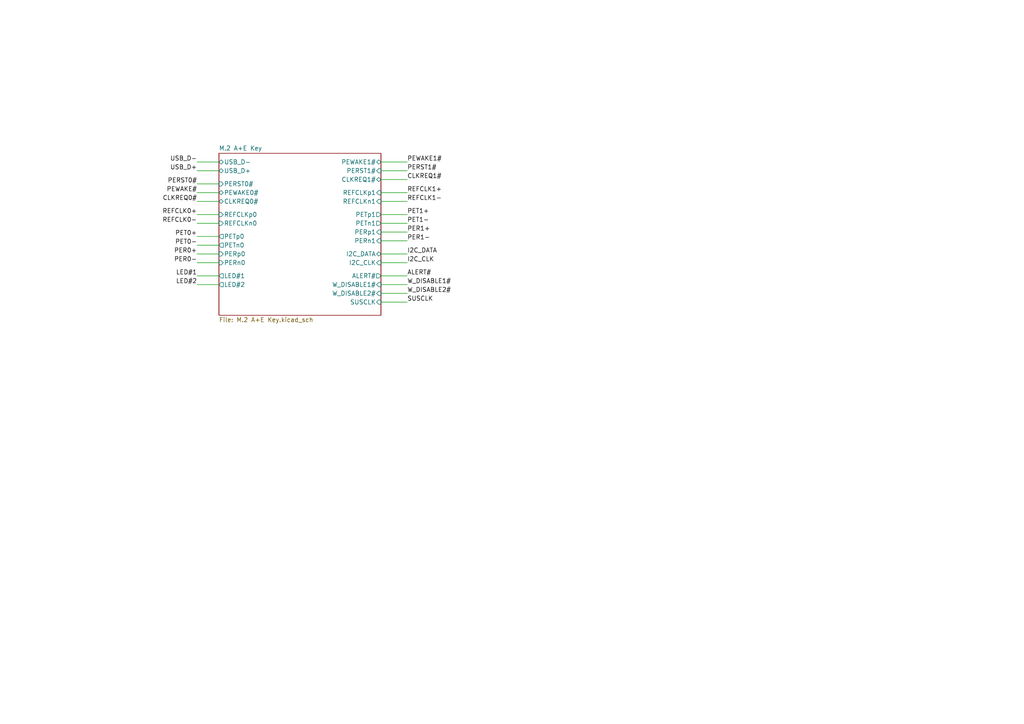
<source format=kicad_sch>
(kicad_sch
	(version 20250114)
	(generator "eeschema")
	(generator_version "9.0")
	(uuid "00f9635e-3855-4d25-80f9-9972c6f60abd")
	(paper "A4")
	(lib_symbols)
	(wire
		(pts
			(xy 110.49 55.88) (xy 118.11 55.88)
		)
		(stroke
			(width 0)
			(type default)
		)
		(uuid "02eda9dc-c7f3-4750-99ec-fdea8e288289")
	)
	(wire
		(pts
			(xy 110.49 73.66) (xy 118.11 73.66)
		)
		(stroke
			(width 0)
			(type default)
		)
		(uuid "0a99f010-9834-4a8e-9746-5d8b3a562559")
	)
	(wire
		(pts
			(xy 110.49 49.53) (xy 118.11 49.53)
		)
		(stroke
			(width 0)
			(type default)
		)
		(uuid "0c2403a2-5a86-40d4-8ca3-25a95280cf5d")
	)
	(wire
		(pts
			(xy 57.15 80.01) (xy 63.5 80.01)
		)
		(stroke
			(width 0)
			(type default)
		)
		(uuid "1782745c-b6d7-4033-b96c-667bc313f003")
	)
	(wire
		(pts
			(xy 57.15 76.2) (xy 63.5 76.2)
		)
		(stroke
			(width 0)
			(type default)
		)
		(uuid "184a4283-772f-4e2b-9372-c779b3c39b9c")
	)
	(wire
		(pts
			(xy 57.15 73.66) (xy 63.5 73.66)
		)
		(stroke
			(width 0)
			(type default)
		)
		(uuid "1a928eeb-0cfe-4bd1-b761-5835c1a97048")
	)
	(wire
		(pts
			(xy 57.15 46.99) (xy 63.5 46.99)
		)
		(stroke
			(width 0)
			(type default)
		)
		(uuid "1f65b570-4eee-4642-95a4-f5c7a14ffacd")
	)
	(wire
		(pts
			(xy 57.15 64.77) (xy 63.5 64.77)
		)
		(stroke
			(width 0)
			(type default)
		)
		(uuid "22706c60-de81-41a7-a7ad-228a711ed4d5")
	)
	(wire
		(pts
			(xy 57.15 58.42) (xy 63.5 58.42)
		)
		(stroke
			(width 0)
			(type default)
		)
		(uuid "2e7af73d-dfac-4f7c-a32c-3692b19f6e66")
	)
	(wire
		(pts
			(xy 110.49 64.77) (xy 118.11 64.77)
		)
		(stroke
			(width 0)
			(type default)
		)
		(uuid "31882869-f2c6-416b-aeec-7abf0a7dbe07")
	)
	(wire
		(pts
			(xy 110.49 62.23) (xy 118.11 62.23)
		)
		(stroke
			(width 0)
			(type default)
		)
		(uuid "40e208e7-669b-4f80-ade3-8d501d7b6132")
	)
	(wire
		(pts
			(xy 57.15 62.23) (xy 63.5 62.23)
		)
		(stroke
			(width 0)
			(type default)
		)
		(uuid "41df7df0-7071-4186-aa42-7ee9eb58e4a6")
	)
	(wire
		(pts
			(xy 110.49 87.63) (xy 118.11 87.63)
		)
		(stroke
			(width 0)
			(type default)
		)
		(uuid "4aadfa87-9b81-44e5-8852-359bccfe8b77")
	)
	(wire
		(pts
			(xy 110.49 76.2) (xy 118.11 76.2)
		)
		(stroke
			(width 0)
			(type default)
		)
		(uuid "4faeab10-254c-47a5-a706-d172b32eb63f")
	)
	(wire
		(pts
			(xy 110.49 80.01) (xy 118.11 80.01)
		)
		(stroke
			(width 0)
			(type default)
		)
		(uuid "59a0956f-ad2a-4c74-809b-c42bd43e6596")
	)
	(wire
		(pts
			(xy 110.49 58.42) (xy 118.11 58.42)
		)
		(stroke
			(width 0)
			(type default)
		)
		(uuid "614cd07a-0ec0-40b0-bb4d-a67710b90726")
	)
	(wire
		(pts
			(xy 110.49 67.31) (xy 118.11 67.31)
		)
		(stroke
			(width 0)
			(type default)
		)
		(uuid "6207e1a6-8a26-4770-bb9c-3bbe56917231")
	)
	(wire
		(pts
			(xy 57.15 82.55) (xy 63.5 82.55)
		)
		(stroke
			(width 0)
			(type default)
		)
		(uuid "623f2dc3-1fcb-498b-977f-087969173b22")
	)
	(wire
		(pts
			(xy 110.49 85.09) (xy 118.11 85.09)
		)
		(stroke
			(width 0)
			(type default)
		)
		(uuid "6f8d2c64-6041-457f-93a0-dfd61dff1357")
	)
	(wire
		(pts
			(xy 110.49 46.99) (xy 118.11 46.99)
		)
		(stroke
			(width 0)
			(type default)
		)
		(uuid "9b5eb082-2f68-4498-b800-fe6985db0ab3")
	)
	(wire
		(pts
			(xy 110.49 52.07) (xy 118.11 52.07)
		)
		(stroke
			(width 0)
			(type default)
		)
		(uuid "a5f41ac7-a188-4402-b4cc-eb80de919126")
	)
	(wire
		(pts
			(xy 57.15 55.88) (xy 63.5 55.88)
		)
		(stroke
			(width 0)
			(type default)
		)
		(uuid "ae00bac2-8fb4-4469-84cc-95ad47d7af99")
	)
	(wire
		(pts
			(xy 110.49 69.85) (xy 118.11 69.85)
		)
		(stroke
			(width 0)
			(type default)
		)
		(uuid "b1c1ba90-1303-431c-b2ab-77351bbc7cdd")
	)
	(wire
		(pts
			(xy 110.49 82.55) (xy 118.11 82.55)
		)
		(stroke
			(width 0)
			(type default)
		)
		(uuid "c8bc4591-bc54-4da3-916f-5c414591974a")
	)
	(wire
		(pts
			(xy 57.15 71.12) (xy 63.5 71.12)
		)
		(stroke
			(width 0)
			(type default)
		)
		(uuid "ca4cea52-2b2b-4d69-b5c8-cbdffdd5c2f5")
	)
	(wire
		(pts
			(xy 57.15 68.58) (xy 63.5 68.58)
		)
		(stroke
			(width 0)
			(type default)
		)
		(uuid "cc10c31d-1552-4219-92f6-55a705efce8b")
	)
	(wire
		(pts
			(xy 57.15 53.34) (xy 63.5 53.34)
		)
		(stroke
			(width 0)
			(type default)
		)
		(uuid "df6104be-aa72-420e-8315-2269621d6f26")
	)
	(wire
		(pts
			(xy 57.15 49.53) (xy 63.5 49.53)
		)
		(stroke
			(width 0)
			(type default)
		)
		(uuid "f42f5d14-b3b8-49e0-899b-e2f829c89b44")
	)
	(label "USB_D+"
		(at 57.15 49.53 180)
		(effects
			(font
				(size 1.27 1.27)
			)
			(justify right bottom)
		)
		(uuid "00173349-4992-47a1-bb85-56741dab7578")
	)
	(label "REFCLK1-"
		(at 118.11 58.42 0)
		(effects
			(font
				(size 1.27 1.27)
			)
			(justify left bottom)
		)
		(uuid "061c41a2-b8c3-4b73-bc82-8842050265e4")
	)
	(label "REFCLK0-"
		(at 57.15 64.77 180)
		(effects
			(font
				(size 1.27 1.27)
			)
			(justify right bottom)
		)
		(uuid "127cfd52-4c9b-435f-8487-a17506fd9278")
	)
	(label "CLKREQ1#"
		(at 118.11 52.07 0)
		(effects
			(font
				(size 1.27 1.27)
			)
			(justify left bottom)
		)
		(uuid "139b1532-92f9-4766-9782-604055d18aa3")
	)
	(label "ALERT#"
		(at 118.11 80.01 0)
		(effects
			(font
				(size 1.27 1.27)
			)
			(justify left bottom)
		)
		(uuid "1fa4afca-0608-4fe3-882e-7d4b47ecc831")
	)
	(label "PERST1#"
		(at 118.11 49.53 0)
		(effects
			(font
				(size 1.27 1.27)
			)
			(justify left bottom)
		)
		(uuid "2b45ff5a-7b9f-472a-b551-37798a10db6c")
	)
	(label "W_DISABLE1#"
		(at 118.11 82.55 0)
		(effects
			(font
				(size 1.27 1.27)
			)
			(justify left bottom)
		)
		(uuid "32f0d3c7-d220-47f7-9524-661e16c4933a")
	)
	(label "CLKREQ0#"
		(at 57.15 58.42 180)
		(effects
			(font
				(size 1.27 1.27)
			)
			(justify right bottom)
		)
		(uuid "3e3b5fce-91d5-4222-aa72-bcfcf4e5e749")
	)
	(label "PEWAKE#"
		(at 57.15 55.88 180)
		(effects
			(font
				(size 1.27 1.27)
			)
			(justify right bottom)
		)
		(uuid "416e44bf-ef75-4aef-945c-07fd2f52eb22")
	)
	(label "I2C_CLK"
		(at 118.11 76.2 0)
		(effects
			(font
				(size 1.27 1.27)
			)
			(justify left bottom)
		)
		(uuid "46f5818e-bd9d-4ca4-83bd-c0b832444820")
	)
	(label "PER1-"
		(at 118.11 69.85 0)
		(effects
			(font
				(size 1.27 1.27)
			)
			(justify left bottom)
		)
		(uuid "4b8c920c-1d21-47fd-a765-5cb7b757a3de")
	)
	(label "PET1-"
		(at 118.11 64.77 0)
		(effects
			(font
				(size 1.27 1.27)
			)
			(justify left bottom)
		)
		(uuid "4e77ecb5-ab8b-4265-baf7-ca8e308e2fcd")
	)
	(label "SUSCLK"
		(at 118.11 87.63 0)
		(effects
			(font
				(size 1.27 1.27)
			)
			(justify left bottom)
		)
		(uuid "57fdc616-7362-41a5-93e9-cb7c85a573db")
	)
	(label "PEWAKE1#"
		(at 118.11 46.99 0)
		(effects
			(font
				(size 1.27 1.27)
			)
			(justify left bottom)
		)
		(uuid "5b2c7b7b-87ff-4e86-8c37-16106b9ed66e")
	)
	(label "PET0-"
		(at 57.15 71.12 180)
		(effects
			(font
				(size 1.27 1.27)
			)
			(justify right bottom)
		)
		(uuid "5fcd2b91-aa93-4753-bb8b-d0fa2974b091")
	)
	(label "PER0+"
		(at 57.15 73.66 180)
		(effects
			(font
				(size 1.27 1.27)
			)
			(justify right bottom)
		)
		(uuid "6c7c2f56-83c1-4b18-bd6b-8ab2f6d3ac71")
	)
	(label "W_DISABLE2#"
		(at 118.11 85.09 0)
		(effects
			(font
				(size 1.27 1.27)
			)
			(justify left bottom)
		)
		(uuid "76c95858-f7de-43fd-8e7e-c94740751769")
	)
	(label "PERST0#"
		(at 57.15 53.34 180)
		(effects
			(font
				(size 1.27 1.27)
			)
			(justify right bottom)
		)
		(uuid "96f675ef-320e-484a-9a75-e1ea68d6f409")
	)
	(label "PET0+"
		(at 57.15 68.58 180)
		(effects
			(font
				(size 1.27 1.27)
			)
			(justify right bottom)
		)
		(uuid "a62883bf-f75f-4f47-8c50-4f76872ba717")
	)
	(label "LED#1"
		(at 57.15 80.01 180)
		(effects
			(font
				(size 1.27 1.27)
			)
			(justify right bottom)
		)
		(uuid "a97dd945-a116-4029-8aa5-0f8683be3ff4")
	)
	(label "I2C_DATA"
		(at 118.11 73.66 0)
		(effects
			(font
				(size 1.27 1.27)
			)
			(justify left bottom)
		)
		(uuid "aa8a8871-0b37-4e77-9c59-a6ab92b0eae1")
	)
	(label "LED#2"
		(at 57.15 82.55 180)
		(effects
			(font
				(size 1.27 1.27)
			)
			(justify right bottom)
		)
		(uuid "ae85ff52-ddcb-4042-95ba-3b8a46acd820")
	)
	(label "PER1+"
		(at 118.11 67.31 0)
		(effects
			(font
				(size 1.27 1.27)
			)
			(justify left bottom)
		)
		(uuid "bd05881d-80b1-4d46-993e-49839898ed0f")
	)
	(label "PER0-"
		(at 57.15 76.2 180)
		(effects
			(font
				(size 1.27 1.27)
			)
			(justify right bottom)
		)
		(uuid "c7798631-53a5-46d8-b126-1c482b4db1c7")
	)
	(label "REFCLK1+"
		(at 118.11 55.88 0)
		(effects
			(font
				(size 1.27 1.27)
			)
			(justify left bottom)
		)
		(uuid "c9b79854-d240-4ecf-b87d-cf92a5dac989")
	)
	(label "USB_D-"
		(at 57.15 46.99 180)
		(effects
			(font
				(size 1.27 1.27)
			)
			(justify right bottom)
		)
		(uuid "cad466b5-6d1b-46a3-88f1-35c4590357d2")
	)
	(label "PET1+"
		(at 118.11 62.23 0)
		(effects
			(font
				(size 1.27 1.27)
			)
			(justify left bottom)
		)
		(uuid "cc592cac-a0c9-46e6-a734-6e0afe492b0c")
	)
	(label "REFCLK0+"
		(at 57.15 62.23 180)
		(effects
			(font
				(size 1.27 1.27)
			)
			(justify right bottom)
		)
		(uuid "f74264da-8dc5-48c1-9121-a910a0672b17")
	)
	(sheet
		(at 63.5 44.45)
		(size 46.99 46.99)
		(exclude_from_sim no)
		(in_bom yes)
		(on_board yes)
		(dnp no)
		(fields_autoplaced yes)
		(stroke
			(width 0.1524)
			(type solid)
		)
		(fill
			(color 0 0 0 0.0000)
		)
		(uuid "f5aa2f3a-f830-4baa-850a-767a8008e5b7")
		(property "Sheetname" "M.2 A+E Key"
			(at 63.5 43.7384 0)
			(effects
				(font
					(size 1.27 1.27)
				)
				(justify left bottom)
			)
		)
		(property "Sheetfile" "M.2 A+E Key.kicad_sch"
			(at 63.5 92.0246 0)
			(effects
				(font
					(size 1.27 1.27)
				)
				(justify left top)
			)
		)
		(pin "USB_D+" bidirectional
			(at 63.5 49.53 180)
			(uuid "3cb7d06c-3bd6-4348-a57e-8407b78ffdfc")
			(effects
				(font
					(size 1.27 1.27)
				)
				(justify left)
			)
		)
		(pin "USB_D-" bidirectional
			(at 63.5 46.99 180)
			(uuid "2d27de4d-8de5-47e5-9cac-0449199817fa")
			(effects
				(font
					(size 1.27 1.27)
				)
				(justify left)
			)
		)
		(pin "CLKREQ0#" bidirectional
			(at 63.5 58.42 180)
			(uuid "df20739e-0857-4e67-ace4-2e2729687b73")
			(effects
				(font
					(size 1.27 1.27)
				)
				(justify left)
			)
		)
		(pin "PEWAKE0#" bidirectional
			(at 63.5 55.88 180)
			(uuid "292d74fa-13f4-46a5-9a63-e86c641faa8a")
			(effects
				(font
					(size 1.27 1.27)
				)
				(justify left)
			)
		)
		(pin "PERST0#" input
			(at 63.5 53.34 180)
			(uuid "ea28e143-8774-471b-9911-a9a50372bb7f")
			(effects
				(font
					(size 1.27 1.27)
				)
				(justify left)
			)
		)
		(pin "REFCLKn0" input
			(at 63.5 64.77 180)
			(uuid "00d65801-1bfb-4b8e-aae9-11995a08af61")
			(effects
				(font
					(size 1.27 1.27)
				)
				(justify left)
			)
		)
		(pin "REFCLKp0" input
			(at 63.5 62.23 180)
			(uuid "fc900071-652f-4b26-a5c4-713bbd5c6721")
			(effects
				(font
					(size 1.27 1.27)
				)
				(justify left)
			)
		)
		(pin "PETp0" output
			(at 63.5 68.58 180)
			(uuid "6e3c7b35-f2e2-4722-ac4b-25531317c784")
			(effects
				(font
					(size 1.27 1.27)
				)
				(justify left)
			)
		)
		(pin "PETn0" output
			(at 63.5 71.12 180)
			(uuid "c3bce34d-5470-49d8-9f61-4a4c0065d4c3")
			(effects
				(font
					(size 1.27 1.27)
				)
				(justify left)
			)
		)
		(pin "PERp0" input
			(at 63.5 73.66 180)
			(uuid "0ebaccb7-20bd-42bd-8316-4e98d57de9a1")
			(effects
				(font
					(size 1.27 1.27)
				)
				(justify left)
			)
		)
		(pin "PERn0" input
			(at 63.5 76.2 180)
			(uuid "692c0abd-73f1-4042-a1fa-36b7cccc3fbe")
			(effects
				(font
					(size 1.27 1.27)
				)
				(justify left)
			)
		)
		(pin "PEWAKE1#" bidirectional
			(at 110.49 46.99 0)
			(uuid "76082347-3dee-4bf8-b515-428934fabcb0")
			(effects
				(font
					(size 1.27 1.27)
				)
				(justify right)
			)
		)
		(pin "PERST1#" input
			(at 110.49 49.53 0)
			(uuid "ace289ec-fcb2-4af6-bc95-b81dbeafc643")
			(effects
				(font
					(size 1.27 1.27)
				)
				(justify right)
			)
		)
		(pin "CLKREQ1#" bidirectional
			(at 110.49 52.07 0)
			(uuid "56908d7d-bcd1-402f-9f89-f1dc2007ae8f")
			(effects
				(font
					(size 1.27 1.27)
				)
				(justify right)
			)
		)
		(pin "REFCLKn1" input
			(at 110.49 58.42 0)
			(uuid "d8bd0ebf-2a35-4a1c-87f9-2dbca2319e07")
			(effects
				(font
					(size 1.27 1.27)
				)
				(justify right)
			)
		)
		(pin "REFCLKp1" input
			(at 110.49 55.88 0)
			(uuid "a3809c8a-076c-47a2-bdec-f83e9c6fc99c")
			(effects
				(font
					(size 1.27 1.27)
				)
				(justify right)
			)
		)
		(pin "PETp1" output
			(at 110.49 62.23 0)
			(uuid "3550aaab-78a2-4223-8181-584363c1ebaa")
			(effects
				(font
					(size 1.27 1.27)
				)
				(justify right)
			)
		)
		(pin "PETn1" output
			(at 110.49 64.77 0)
			(uuid "bc88e776-6b05-41dd-8816-05a9e1206eeb")
			(effects
				(font
					(size 1.27 1.27)
				)
				(justify right)
			)
		)
		(pin "PERp1" input
			(at 110.49 67.31 0)
			(uuid "6eb11506-5bff-4a4b-89d4-5de129fa2d26")
			(effects
				(font
					(size 1.27 1.27)
				)
				(justify right)
			)
		)
		(pin "PERn1" input
			(at 110.49 69.85 0)
			(uuid "65317cde-e79f-44b7-8580-24f66eee807a")
			(effects
				(font
					(size 1.27 1.27)
				)
				(justify right)
			)
		)
		(pin "I2C_CLK" input
			(at 110.49 76.2 0)
			(uuid "bc90fd79-ab72-42a4-9fed-ad13795b909b")
			(effects
				(font
					(size 1.27 1.27)
				)
				(justify right)
			)
		)
		(pin "I2C_DATA" bidirectional
			(at 110.49 73.66 0)
			(uuid "fb2af886-969e-48fd-b154-165482de6cba")
			(effects
				(font
					(size 1.27 1.27)
				)
				(justify right)
			)
		)
		(pin "W_DISABLE1#" input
			(at 110.49 82.55 0)
			(uuid "12a7d499-38c3-4797-90a5-53274321835c")
			(effects
				(font
					(size 1.27 1.27)
				)
				(justify right)
			)
		)
		(pin "SUSCLK" input
			(at 110.49 87.63 0)
			(uuid "c69afef6-c29f-471f-a609-b154434e422b")
			(effects
				(font
					(size 1.27 1.27)
				)
				(justify right)
			)
		)
		(pin "W_DISABLE2#" input
			(at 110.49 85.09 0)
			(uuid "2eaeb1e8-eb8a-4c47-ab99-553cb2b13d7d")
			(effects
				(font
					(size 1.27 1.27)
				)
				(justify right)
			)
		)
		(pin "ALERT#" output
			(at 110.49 80.01 0)
			(uuid "7a5a5f3f-d309-44fd-95eb-7ef089deecf3")
			(effects
				(font
					(size 1.27 1.27)
				)
				(justify right)
			)
		)
		(pin "LED#2" output
			(at 63.5 82.55 180)
			(uuid "61326d3e-70af-4aaa-8264-5ef28d20757d")
			(effects
				(font
					(size 1.27 1.27)
				)
				(justify left)
			)
		)
		(pin "LED#1" output
			(at 63.5 80.01 180)
			(uuid "376f8030-3ba3-416f-b62c-c0acb692f925")
			(effects
				(font
					(size 1.27 1.27)
				)
				(justify left)
			)
		)
		(instances
			(project "M.2 A+E Key 2230"
				(path "/00f9635e-3855-4d25-80f9-9972c6f60abd"
					(page "2")
				)
			)
		)
	)
	(sheet_instances
		(path "/"
			(page "1")
		)
	)
	(embedded_fonts no)
)

</source>
